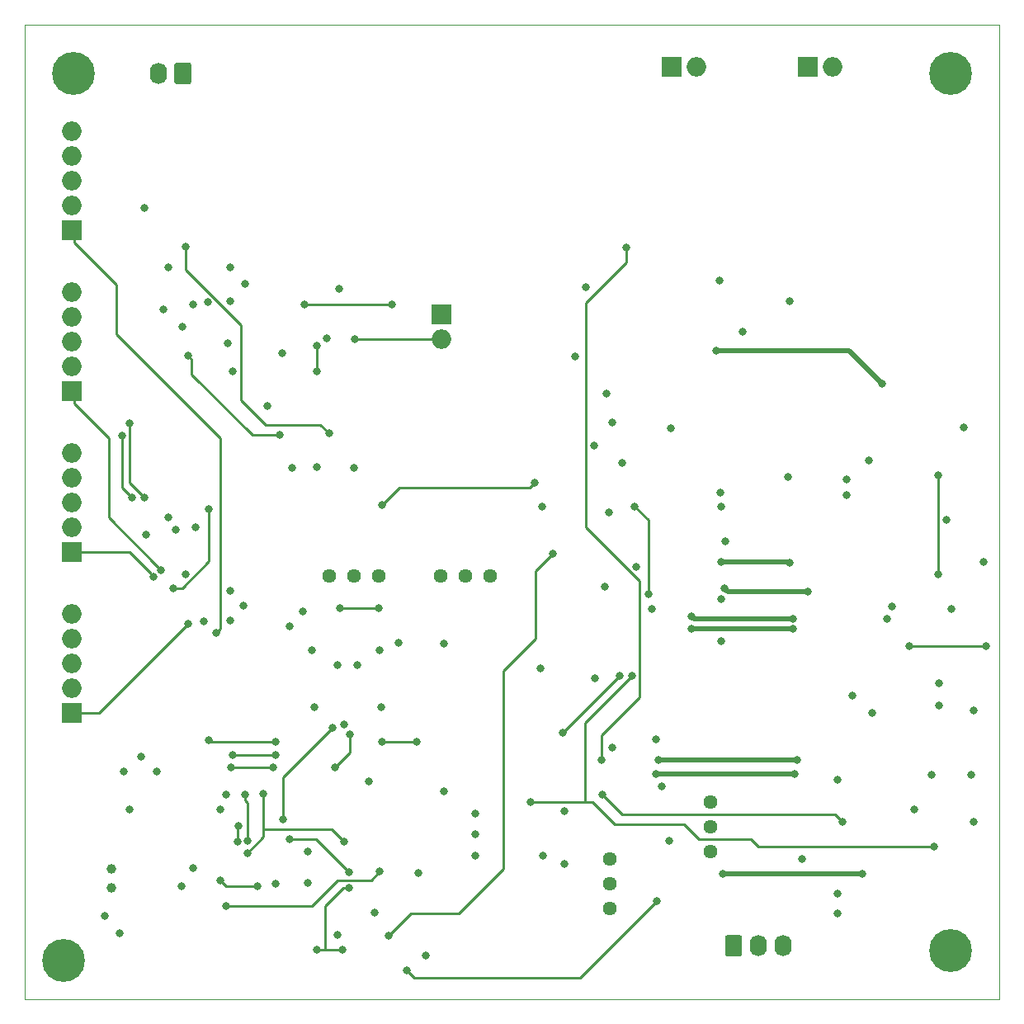
<source format=gbr>
%TF.GenerationSoftware,KiCad,Pcbnew,5.0.2+dfsg1-1*%
%TF.CreationDate,2021-03-05T16:55:40+01:00*%
%TF.ProjectId,XYgen,58596765-6e2e-46b6-9963-61645f706362,rev?*%
%TF.SameCoordinates,Original*%
%TF.FileFunction,Copper,L4,Bot*%
%TF.FilePolarity,Positive*%
%FSLAX46Y46*%
G04 Gerber Fmt 4.6, Leading zero omitted, Abs format (unit mm)*
G04 Created by KiCad (PCBNEW 5.0.2+dfsg1-1) date Fri 05 Mar 2021 04:55:40 PM CET*
%MOMM*%
%LPD*%
G01*
G04 APERTURE LIST*
%ADD10C,0.100000*%
%ADD11C,1.440000*%
%ADD12C,4.400000*%
%ADD13C,1.740000*%
%ADD14O,1.740000X2.200000*%
%ADD15C,1.000000*%
%ADD16R,2.000000X2.000000*%
%ADD17O,2.000000X2.000000*%
%ADD18C,0.800000*%
%ADD19C,0.500000*%
%ADD20C,0.250000*%
G04 APERTURE END LIST*
D10*
X100000000Y-35000000D02*
X100000000Y-135000000D01*
X200000000Y-35000000D02*
X100000000Y-35000000D01*
X200000000Y-135000000D02*
X200000000Y-35000000D01*
X100000000Y-135000000D02*
X200000000Y-135000000D01*
D11*
X147701000Y-91567000D03*
X145161000Y-91567000D03*
X142621000Y-91567000D03*
X170370500Y-114744500D03*
X170370500Y-117284500D03*
X170370500Y-119824500D03*
X136271000Y-91567000D03*
X133731000Y-91567000D03*
X131191000Y-91567000D03*
X160020000Y-125730000D03*
X160020000Y-123190000D03*
X160020000Y-120650000D03*
D12*
X104000000Y-131000000D03*
X195000000Y-130000000D03*
X195000000Y-40000000D03*
X105000000Y-40000000D03*
D10*
G36*
X116849505Y-38906204D02*
X116873773Y-38909804D01*
X116897572Y-38915765D01*
X116920671Y-38924030D01*
X116942850Y-38934520D01*
X116963893Y-38947132D01*
X116983599Y-38961747D01*
X117001777Y-38978223D01*
X117018253Y-38996401D01*
X117032868Y-39016107D01*
X117045480Y-39037150D01*
X117055970Y-39059329D01*
X117064235Y-39082428D01*
X117070196Y-39106227D01*
X117073796Y-39130495D01*
X117075000Y-39154999D01*
X117075000Y-40855001D01*
X117073796Y-40879505D01*
X117070196Y-40903773D01*
X117064235Y-40927572D01*
X117055970Y-40950671D01*
X117045480Y-40972850D01*
X117032868Y-40993893D01*
X117018253Y-41013599D01*
X117001777Y-41031777D01*
X116983599Y-41048253D01*
X116963893Y-41062868D01*
X116942850Y-41075480D01*
X116920671Y-41085970D01*
X116897572Y-41094235D01*
X116873773Y-41100196D01*
X116849505Y-41103796D01*
X116825001Y-41105000D01*
X115584999Y-41105000D01*
X115560495Y-41103796D01*
X115536227Y-41100196D01*
X115512428Y-41094235D01*
X115489329Y-41085970D01*
X115467150Y-41075480D01*
X115446107Y-41062868D01*
X115426401Y-41048253D01*
X115408223Y-41031777D01*
X115391747Y-41013599D01*
X115377132Y-40993893D01*
X115364520Y-40972850D01*
X115354030Y-40950671D01*
X115345765Y-40927572D01*
X115339804Y-40903773D01*
X115336204Y-40879505D01*
X115335000Y-40855001D01*
X115335000Y-39154999D01*
X115336204Y-39130495D01*
X115339804Y-39106227D01*
X115345765Y-39082428D01*
X115354030Y-39059329D01*
X115364520Y-39037150D01*
X115377132Y-39016107D01*
X115391747Y-38996401D01*
X115408223Y-38978223D01*
X115426401Y-38961747D01*
X115446107Y-38947132D01*
X115467150Y-38934520D01*
X115489329Y-38924030D01*
X115512428Y-38915765D01*
X115536227Y-38909804D01*
X115560495Y-38906204D01*
X115584999Y-38905000D01*
X116825001Y-38905000D01*
X116849505Y-38906204D01*
X116849505Y-38906204D01*
G37*
D13*
X116205000Y-40005000D03*
D14*
X113665000Y-40005000D03*
D10*
G36*
X173364505Y-128441204D02*
X173388773Y-128444804D01*
X173412572Y-128450765D01*
X173435671Y-128459030D01*
X173457850Y-128469520D01*
X173478893Y-128482132D01*
X173498599Y-128496747D01*
X173516777Y-128513223D01*
X173533253Y-128531401D01*
X173547868Y-128551107D01*
X173560480Y-128572150D01*
X173570970Y-128594329D01*
X173579235Y-128617428D01*
X173585196Y-128641227D01*
X173588796Y-128665495D01*
X173590000Y-128689999D01*
X173590000Y-130390001D01*
X173588796Y-130414505D01*
X173585196Y-130438773D01*
X173579235Y-130462572D01*
X173570970Y-130485671D01*
X173560480Y-130507850D01*
X173547868Y-130528893D01*
X173533253Y-130548599D01*
X173516777Y-130566777D01*
X173498599Y-130583253D01*
X173478893Y-130597868D01*
X173457850Y-130610480D01*
X173435671Y-130620970D01*
X173412572Y-130629235D01*
X173388773Y-130635196D01*
X173364505Y-130638796D01*
X173340001Y-130640000D01*
X172099999Y-130640000D01*
X172075495Y-130638796D01*
X172051227Y-130635196D01*
X172027428Y-130629235D01*
X172004329Y-130620970D01*
X171982150Y-130610480D01*
X171961107Y-130597868D01*
X171941401Y-130583253D01*
X171923223Y-130566777D01*
X171906747Y-130548599D01*
X171892132Y-130528893D01*
X171879520Y-130507850D01*
X171869030Y-130485671D01*
X171860765Y-130462572D01*
X171854804Y-130438773D01*
X171851204Y-130414505D01*
X171850000Y-130390001D01*
X171850000Y-128689999D01*
X171851204Y-128665495D01*
X171854804Y-128641227D01*
X171860765Y-128617428D01*
X171869030Y-128594329D01*
X171879520Y-128572150D01*
X171892132Y-128551107D01*
X171906747Y-128531401D01*
X171923223Y-128513223D01*
X171941401Y-128496747D01*
X171961107Y-128482132D01*
X171982150Y-128469520D01*
X172004329Y-128459030D01*
X172027428Y-128450765D01*
X172051227Y-128444804D01*
X172075495Y-128441204D01*
X172099999Y-128440000D01*
X173340001Y-128440000D01*
X173364505Y-128441204D01*
X173364505Y-128441204D01*
G37*
D13*
X172720000Y-129540000D03*
D14*
X175260000Y-129540000D03*
X177800000Y-129540000D03*
D15*
X108839000Y-123571000D03*
X108839000Y-121671000D03*
D16*
X142748000Y-64770000D03*
D17*
X142748000Y-67310000D03*
X168910000Y-39370000D03*
D16*
X166370000Y-39370000D03*
X180340000Y-39370000D03*
D17*
X182880000Y-39370000D03*
X104775000Y-95504000D03*
X104775000Y-98044000D03*
X104775000Y-100584000D03*
X104775000Y-103124000D03*
D16*
X104775000Y-105664000D03*
X104775000Y-72644000D03*
D17*
X104775000Y-70104000D03*
X104775000Y-67564000D03*
X104775000Y-65024000D03*
X104775000Y-62484000D03*
X104775000Y-45974000D03*
X104775000Y-48514000D03*
X104775000Y-51054000D03*
X104775000Y-53594000D03*
D16*
X104775000Y-56134000D03*
X104775000Y-89154000D03*
D17*
X104775000Y-86614000D03*
X104775000Y-84074000D03*
X104775000Y-81534000D03*
X104775000Y-78994000D03*
D18*
X155321000Y-115697000D03*
X153162000Y-120269000D03*
X185928000Y-122174000D03*
X183388000Y-126238000D03*
X178816000Y-96012000D03*
X180340000Y-93218000D03*
X158496000Y-102108000D03*
X171450000Y-98298000D03*
X153035000Y-84455000D03*
X158369000Y-78232000D03*
X187960000Y-71882000D03*
X170942000Y-68453000D03*
X168402000Y-95758000D03*
X171767500Y-92837000D03*
X171577000Y-122174000D03*
X156456536Y-69034005D03*
X166243000Y-76454000D03*
X164719000Y-111887000D03*
X191262000Y-115570000D03*
X193040000Y-112014000D03*
X183388000Y-112522000D03*
X184912000Y-103886000D03*
X194564000Y-85852000D03*
X168402000Y-97028000D03*
X171450000Y-90170000D03*
X178308000Y-81407000D03*
X186563000Y-79756000D03*
X178943000Y-111887000D03*
X160274000Y-109220000D03*
X164973000Y-110490000D03*
X179197000Y-110490000D03*
X178816000Y-97028000D03*
X178498500Y-90233500D03*
X178498500Y-63373000D03*
X110998000Y-83566000D03*
X109982000Y-77216000D03*
X125730000Y-108585000D03*
X118872002Y-108458000D03*
X140208000Y-108585000D03*
X136651998Y-108585000D03*
X110744000Y-75946000D03*
X112268000Y-83566000D03*
X125730000Y-109982000D03*
X121285000Y-109982000D03*
X112395000Y-87339000D03*
X121031000Y-96139000D03*
X122428000Y-94615000D03*
X121031000Y-93091000D03*
X121031000Y-63373000D03*
X122555000Y-61595000D03*
X121031000Y-59944000D03*
X112268000Y-53848000D03*
X108204000Y-126492000D03*
X109728000Y-128270000D03*
X117221000Y-121539000D03*
X116078000Y-123444000D03*
X113538000Y-111633000D03*
X111887000Y-110109000D03*
X110109000Y-111633000D03*
X120015000Y-115570000D03*
X120650000Y-114046000D03*
X129032000Y-123063000D03*
X129032000Y-119888000D03*
X129921000Y-80391000D03*
X133731000Y-80518000D03*
X121285000Y-70612000D03*
X120777000Y-67691000D03*
X132207000Y-62103000D03*
X130937000Y-67183000D03*
X146177000Y-120269000D03*
X143002000Y-113665000D03*
X135255000Y-112649000D03*
X132080000Y-128397000D03*
X141097000Y-130556000D03*
X146177000Y-115951000D03*
X128524000Y-95250000D03*
X127127000Y-96774000D03*
X132080000Y-100711000D03*
X136398000Y-99187000D03*
X129667000Y-105029000D03*
X136525000Y-105029000D03*
X143002000Y-98552000D03*
X138303000Y-98424996D03*
X166116000Y-118745000D03*
X155321000Y-121094500D03*
X164782500Y-108331000D03*
X179705000Y-120650000D03*
X197358000Y-116840000D03*
X197104000Y-112014000D03*
X183388000Y-124206000D03*
X186944000Y-105664000D03*
X193802000Y-104902000D03*
X193802000Y-102616000D03*
X197358000Y-105410000D03*
X188468000Y-96012000D03*
X188976000Y-94742000D03*
X195072000Y-94996000D03*
X198374000Y-90170000D03*
X164338000Y-94996000D03*
X152908000Y-101092000D03*
X171450000Y-93980000D03*
X159512000Y-92710000D03*
X159893000Y-85090000D03*
X171831000Y-88011000D03*
X162687000Y-90678000D03*
X161290000Y-80010000D03*
X160274000Y-75819000D03*
X171450000Y-84455000D03*
X171323000Y-83058000D03*
X165354000Y-113157000D03*
X184277000Y-81661000D03*
X196342000Y-76327000D03*
X184277000Y-83248500D03*
X157580489Y-61916265D03*
X171259500Y-61277500D03*
X159702500Y-72834500D03*
X173609000Y-66484500D03*
X132334000Y-94869000D03*
X136271000Y-94869000D03*
X120650000Y-125476000D03*
X136398000Y-121920000D03*
X159131000Y-110426500D03*
X161671000Y-57848500D03*
X159258000Y-114046000D03*
X183896000Y-116840000D03*
X161036000Y-101854000D03*
X155194000Y-107696000D03*
X151892000Y-114808000D03*
X193294000Y-119380000D03*
X162306000Y-101854000D03*
X118364000Y-96266000D03*
X118745000Y-63500000D03*
X110744000Y-115570000D03*
X127381000Y-80518000D03*
X124841000Y-74168000D03*
X126365000Y-68707000D03*
X125730000Y-123190000D03*
X135890000Y-126111000D03*
X140335000Y-122047000D03*
X146177000Y-118110000D03*
X129413000Y-99187000D03*
X134112000Y-100711000D03*
X132715000Y-106807000D03*
X113215840Y-91625840D03*
X115443000Y-86868000D03*
X114173000Y-64262000D03*
X114681000Y-59944001D03*
X117475000Y-86614000D03*
X119634000Y-97409002D03*
X113971776Y-90967845D03*
X114681000Y-85598000D03*
X116164000Y-66040000D03*
X117221000Y-63754000D03*
X116456995Y-91428675D03*
X116739153Y-96493847D03*
X133858000Y-67310000D03*
X163957000Y-93472000D03*
X162560000Y-84455000D03*
X193675000Y-91440000D03*
X193675000Y-81280000D03*
X198628000Y-98806000D03*
X190754000Y-98806000D03*
X116459000Y-57785000D03*
X131191000Y-76962000D03*
X116713000Y-68961000D03*
X126111000Y-77089000D03*
X115189000Y-92837000D03*
X118872000Y-84709000D03*
X126492000Y-116586000D03*
X131572000Y-107188000D03*
X121793000Y-118872000D03*
X121920000Y-117221000D03*
X132588000Y-129921000D03*
X129921000Y-129920998D03*
X133223000Y-123571000D03*
X122809000Y-120015000D03*
X124460000Y-113919000D03*
X137668000Y-63754000D03*
X128651000Y-63754000D03*
X132715000Y-118872000D03*
X122555000Y-114046000D03*
X122809000Y-118745000D03*
X127127000Y-118618002D03*
X133223000Y-121956990D03*
X129921000Y-70612000D03*
X129921000Y-67945000D03*
X120015000Y-122809000D03*
X123824998Y-123444000D03*
X133350000Y-107860000D03*
X131826000Y-111252000D03*
X125476000Y-111252000D03*
X121158000Y-111252000D03*
X136652000Y-84328000D03*
X152273000Y-82042000D03*
X137287000Y-128524000D03*
X154178000Y-89281000D03*
X164846000Y-124968000D03*
X139192000Y-132080000D03*
D19*
X187960000Y-71882000D02*
X184531000Y-68453000D01*
X184531000Y-68453000D02*
X170942000Y-68453000D01*
X178816000Y-96012000D02*
X168656000Y-96012000D01*
X168656000Y-96012000D02*
X168402000Y-95758000D01*
X180340000Y-93218000D02*
X172148500Y-93218000D01*
X172148500Y-93218000D02*
X171767500Y-92837000D01*
X185928000Y-122174000D02*
X171577000Y-122174000D01*
X164719000Y-111887000D02*
X178943000Y-111887000D01*
X164973000Y-110490000D02*
X179197000Y-110490000D01*
X168402000Y-97028000D02*
X178816000Y-97028000D01*
X171450000Y-90170000D02*
X178435000Y-90170000D01*
X178435000Y-90170000D02*
X178498500Y-90233500D01*
D20*
X110998000Y-83566000D02*
X109982000Y-82550000D01*
X109982000Y-82550000D02*
X109982000Y-77216000D01*
X125730000Y-108585000D02*
X118999002Y-108585000D01*
X118999002Y-108585000D02*
X118872002Y-108458000D01*
X140208000Y-108585000D02*
X136651998Y-108585000D01*
X110744000Y-75946000D02*
X110744000Y-82042000D01*
X110744000Y-82042000D02*
X112268000Y-83566000D01*
X125730000Y-109982000D02*
X121285000Y-109982000D01*
X132334000Y-94869000D02*
X136271000Y-94869000D01*
X135509000Y-122809000D02*
X136398000Y-121920000D01*
X132080000Y-122809000D02*
X135509000Y-122809000D01*
X120650000Y-125476000D02*
X129413000Y-125476000D01*
X129413000Y-125476000D02*
X132080000Y-122809000D01*
X161671000Y-58414185D02*
X161671000Y-57848500D01*
X157524501Y-63513184D02*
X161671000Y-59366685D01*
X159131000Y-110426500D02*
X159131000Y-107950000D01*
X159131000Y-107950000D02*
X163031001Y-104049999D01*
X163031001Y-104049999D02*
X163031001Y-92095003D01*
X163031001Y-92095003D02*
X157524501Y-86588503D01*
X157524501Y-86588503D02*
X157524501Y-63513184D01*
X161671000Y-59366685D02*
X161671000Y-58414185D01*
X159258000Y-114046000D02*
X161290000Y-116078000D01*
X161290000Y-116078000D02*
X183134000Y-116078000D01*
X183134000Y-116078000D02*
X183896000Y-116840000D01*
X161036000Y-101854000D02*
X155194000Y-107696000D01*
X158242000Y-114808000D02*
X160528000Y-117094000D01*
X160528000Y-117094000D02*
X167640000Y-117094000D01*
X167640000Y-117094000D02*
X169164000Y-118618000D01*
X169164000Y-118618000D02*
X174498000Y-118618000D01*
X174498000Y-118618000D02*
X175260000Y-119380000D01*
X175260000Y-119380000D02*
X193294000Y-119380000D01*
X151892000Y-114808000D02*
X157480000Y-114808000D01*
X157480000Y-114808000D02*
X158242000Y-114808000D01*
X157480000Y-113284000D02*
X157480000Y-114808000D01*
X162306000Y-101854000D02*
X157480000Y-106680000D01*
X157480000Y-106680000D02*
X157480000Y-113284000D01*
X105029000Y-89154000D02*
X110744000Y-89154000D01*
X112815841Y-91225841D02*
X113215840Y-91625840D01*
X110744000Y-89154000D02*
X112815841Y-91225841D01*
X105029000Y-57384000D02*
X105029000Y-56134000D01*
X109347000Y-61702000D02*
X105029000Y-57384000D01*
X109347000Y-66782000D02*
X109347000Y-61702000D01*
X120015000Y-77450000D02*
X109347000Y-66782000D01*
X119634000Y-97409002D02*
X120015000Y-97028002D01*
X120015000Y-97028002D02*
X120015000Y-77450000D01*
X105029000Y-72644000D02*
X105029000Y-73894000D01*
X105029000Y-73894000D02*
X108585000Y-77450000D01*
X113571777Y-90567846D02*
X113971776Y-90967845D01*
X108585000Y-85581069D02*
X113571777Y-90567846D01*
X108585000Y-77450000D02*
X108585000Y-85581069D01*
X107569000Y-105664000D02*
X116739153Y-96493847D01*
X107569000Y-105664000D02*
X105029000Y-105664000D01*
X140462000Y-67310000D02*
X142748000Y-67310000D01*
X140462000Y-67310000D02*
X133858000Y-67310000D01*
X140970000Y-67310000D02*
X140462000Y-67310000D01*
X163957000Y-93472000D02*
X163957000Y-85852000D01*
X163957000Y-85852000D02*
X162560000Y-84455000D01*
X193675000Y-91440000D02*
X193675000Y-81280000D01*
X198628000Y-98806000D02*
X190754000Y-98806000D01*
X116459000Y-60140998D02*
X122174000Y-65855998D01*
X116459000Y-57785000D02*
X116459000Y-60140998D01*
X122174000Y-65855998D02*
X122174000Y-73533000D01*
X122174000Y-73533000D02*
X124714000Y-76073000D01*
X124714000Y-76073000D02*
X130302000Y-76073000D01*
X130302000Y-76073000D02*
X131191000Y-76962000D01*
X117112999Y-69360999D02*
X117112999Y-70884999D01*
X116713000Y-68961000D02*
X117112999Y-69360999D01*
X117112999Y-70884999D02*
X123317000Y-77089000D01*
X123317000Y-77089000D02*
X126111000Y-77089000D01*
X118872000Y-90086672D02*
X118872000Y-84709000D01*
X115189000Y-92837000D02*
X116121672Y-92837000D01*
X116121672Y-92837000D02*
X118872000Y-90086672D01*
X126492000Y-116586000D02*
X126492000Y-112268000D01*
X126492000Y-112268000D02*
X131572000Y-107188000D01*
X121793000Y-118872000D02*
X121793000Y-117348000D01*
X121793000Y-117348000D02*
X121920000Y-117221000D01*
X129921002Y-129921000D02*
X129921000Y-129920998D01*
X133223000Y-123571000D02*
X132657315Y-123571000D01*
X132657315Y-123571000D02*
X130810000Y-125418315D01*
X132587998Y-129920998D02*
X132588000Y-129921000D01*
X130810000Y-125418315D02*
X130810000Y-129920998D01*
X129921000Y-129920998D02*
X130810000Y-129920998D01*
X130810000Y-129920998D02*
X132587998Y-129920998D01*
X122809000Y-120015000D02*
X124460000Y-118364000D01*
X137668000Y-63754000D02*
X128651000Y-63754000D01*
X131445000Y-117602000D02*
X132715000Y-118872000D01*
X124460000Y-117602000D02*
X131445000Y-117602000D01*
X124460000Y-117602000D02*
X124460000Y-113919000D01*
X124460000Y-118364000D02*
X124460000Y-117602000D01*
X122809000Y-114865685D02*
X122809000Y-118745000D01*
X122555000Y-114046000D02*
X122555000Y-114611685D01*
X122555000Y-114611685D02*
X122809000Y-114865685D01*
X127127000Y-118618002D02*
X129884012Y-118618002D01*
X132823001Y-121556991D02*
X133223000Y-121956990D01*
X129884012Y-118618002D02*
X132823001Y-121556991D01*
X129921000Y-70612000D02*
X129921000Y-67945000D01*
X120015000Y-122809000D02*
X120650000Y-123444000D01*
X123259313Y-123444000D02*
X123824998Y-123444000D01*
X120650000Y-123444000D02*
X123259313Y-123444000D01*
X133350000Y-107860000D02*
X133350000Y-109728000D01*
X133350000Y-109728000D02*
X131826000Y-111252000D01*
X125476000Y-111252000D02*
X121158000Y-111252000D01*
X136652000Y-84328000D02*
X138430000Y-82550000D01*
X138430000Y-82550000D02*
X151765000Y-82550000D01*
X151765000Y-82550000D02*
X152273000Y-82042000D01*
X137287000Y-128524000D02*
X139573000Y-126238000D01*
X139573000Y-126238000D02*
X144526000Y-126238000D01*
X144526000Y-126238000D02*
X149098000Y-121666000D01*
X149098000Y-121666000D02*
X149098000Y-101346000D01*
X149098000Y-101346000D02*
X152400000Y-98044000D01*
X152400000Y-98044000D02*
X152400000Y-91059000D01*
X152400000Y-91059000D02*
X154178000Y-89281000D01*
X164846000Y-124968000D02*
X160528000Y-129286000D01*
X160528000Y-129286000D02*
X156972000Y-132842000D01*
X156972000Y-132842000D02*
X139954000Y-132842000D01*
X139954000Y-132842000D02*
X139192000Y-132080000D01*
M02*

</source>
